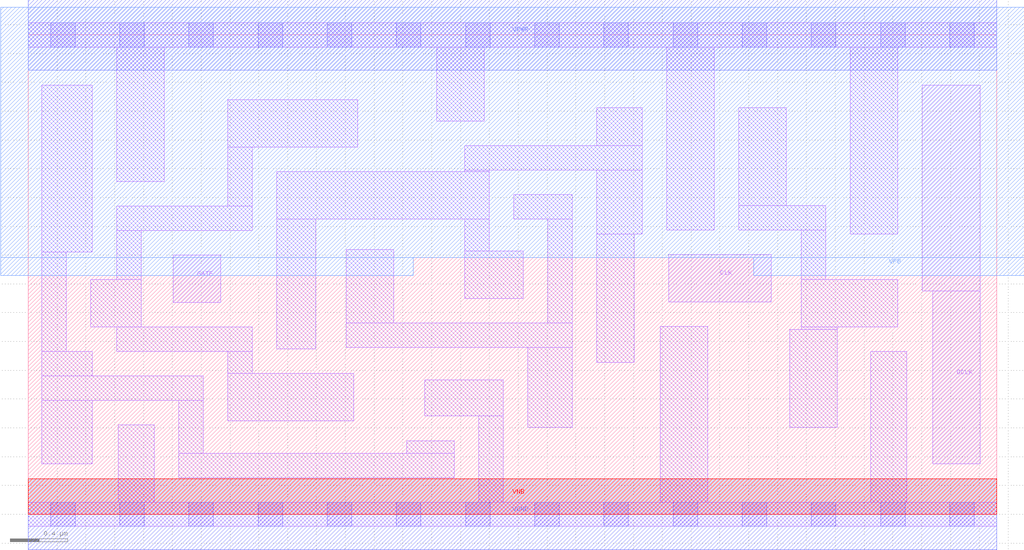
<source format=lef>
# Copyright 2020 The SkyWater PDK Authors
#
# Licensed under the Apache License, Version 2.0 (the "License");
# you may not use this file except in compliance with the License.
# You may obtain a copy of the License at
#
#     https://www.apache.org/licenses/LICENSE-2.0
#
# Unless required by applicable law or agreed to in writing, software
# distributed under the License is distributed on an "AS IS" BASIS,
# WITHOUT WARRANTIES OR CONDITIONS OF ANY KIND, either express or implied.
# See the License for the specific language governing permissions and
# limitations under the License.
#
# SPDX-License-Identifier: Apache-2.0

VERSION 5.7 ;
  NOWIREEXTENSIONATPIN ON ;
  DIVIDERCHAR "/" ;
  BUSBITCHARS "[]" ;
MACRO sky130_fd_sc_hs__dlclkp_1
  CLASS CORE ;
  FOREIGN sky130_fd_sc_hs__dlclkp_1 ;
  ORIGIN  0.000000  0.000000 ;
  SIZE  6.720000 BY  3.330000 ;
  SYMMETRY X Y ;
  SITE unit ;
  PIN GATE
    ANTENNAGATEAREA  0.246000 ;
    DIRECTION INPUT ;
    USE SIGNAL ;
    PORT
      LAYER li1 ;
        RECT 1.005000 1.470000 1.335000 1.800000 ;
    END
  END GATE
  PIN GCLK
    ANTENNADIFFAREA  0.541300 ;
    DIRECTION OUTPUT ;
    USE SIGNAL ;
    PORT
      LAYER li1 ;
        RECT 6.205000 1.550000 6.605000 2.980000 ;
        RECT 6.275000 0.350000 6.605000 1.550000 ;
    END
  END GCLK
  PIN CLK
    ANTENNAGATEAREA  0.459000 ;
    DIRECTION INPUT ;
    USE CLOCK ;
    PORT
      LAYER li1 ;
        RECT 4.445000 1.475000 5.155000 1.805000 ;
    END
  END CLK
  PIN VGND
    DIRECTION INOUT ;
    USE GROUND ;
    PORT
      LAYER met1 ;
        RECT 0.000000 -0.245000 6.720000 0.245000 ;
    END
  END VGND
  PIN VNB
    DIRECTION INOUT ;
    USE GROUND ;
    PORT
      LAYER pwell ;
        RECT 0.000000 0.000000 6.720000 0.245000 ;
    END
  END VNB
  PIN VPB
    DIRECTION INOUT ;
    USE POWER ;
    PORT
      LAYER nwell ;
        RECT -0.190000 1.660000 2.670000 1.785000 ;
        RECT -0.190000 1.785000 6.910000 3.520000 ;
        RECT  5.035000 1.660000 6.910000 1.785000 ;
    END
  END VPB
  PIN VPWR
    DIRECTION INOUT ;
    USE POWER ;
    PORT
      LAYER met1 ;
        RECT 0.000000 3.085000 6.720000 3.575000 ;
    END
  END VPWR
  OBS
    LAYER li1 ;
      RECT 0.000000 -0.085000 6.720000 0.085000 ;
      RECT 0.000000  3.245000 6.720000 3.415000 ;
      RECT 0.095000  0.350000 0.445000 0.790000 ;
      RECT 0.095000  0.790000 1.215000 0.960000 ;
      RECT 0.095000  0.960000 0.445000 1.130000 ;
      RECT 0.095000  1.130000 0.265000 1.820000 ;
      RECT 0.095000  1.820000 0.445000 2.980000 ;
      RECT 0.435000  1.300000 0.785000 1.630000 ;
      RECT 0.615000  1.130000 1.555000 1.300000 ;
      RECT 0.615000  1.630000 0.785000 1.970000 ;
      RECT 0.615000  1.970000 1.555000 2.140000 ;
      RECT 0.615000  2.310000 0.945000 3.245000 ;
      RECT 0.625000  0.085000 0.875000 0.620000 ;
      RECT 1.045000  0.255000 2.955000 0.425000 ;
      RECT 1.045000  0.425000 1.215000 0.790000 ;
      RECT 1.385000  0.650000 2.260000 0.980000 ;
      RECT 1.385000  0.980000 1.555000 1.130000 ;
      RECT 1.385000  2.140000 1.555000 2.550000 ;
      RECT 1.385000  2.550000 2.285000 2.880000 ;
      RECT 1.725000  1.150000 1.995000 2.050000 ;
      RECT 1.725000  2.050000 3.200000 2.380000 ;
      RECT 2.205000  1.160000 3.775000 1.330000 ;
      RECT 2.205000  1.330000 2.535000 1.840000 ;
      RECT 2.625000  0.425000 2.955000 0.510000 ;
      RECT 2.750000  0.685000 3.295000 0.935000 ;
      RECT 2.835000  2.730000 3.165000 3.245000 ;
      RECT 3.030000  1.500000 3.435000 1.830000 ;
      RECT 3.030000  1.830000 3.200000 2.050000 ;
      RECT 3.030000  2.380000 3.200000 2.390000 ;
      RECT 3.030000  2.390000 4.260000 2.560000 ;
      RECT 3.125000  0.085000 3.295000 0.685000 ;
      RECT 3.370000  2.050000 3.775000 2.220000 ;
      RECT 3.465000  0.605000 3.775000 1.160000 ;
      RECT 3.605000  1.330000 3.775000 2.050000 ;
      RECT 3.945000  1.055000 4.205000 1.945000 ;
      RECT 3.945000  1.945000 4.260000 2.390000 ;
      RECT 3.945000  2.560000 4.260000 2.825000 ;
      RECT 4.385000  0.085000 4.715000 1.305000 ;
      RECT 4.430000  1.975000 4.760000 3.245000 ;
      RECT 4.930000  1.975000 5.535000 2.145000 ;
      RECT 4.930000  2.145000 5.260000 2.825000 ;
      RECT 5.285000  0.605000 5.615000 1.285000 ;
      RECT 5.365000  1.285000 5.615000 1.300000 ;
      RECT 5.365000  1.300000 6.035000 1.630000 ;
      RECT 5.365000  1.630000 5.535000 1.975000 ;
      RECT 5.705000  1.945000 6.035000 3.245000 ;
      RECT 5.845000  0.085000 6.095000 1.130000 ;
    LAYER mcon ;
      RECT 0.155000 -0.085000 0.325000 0.085000 ;
      RECT 0.155000  3.245000 0.325000 3.415000 ;
      RECT 0.635000 -0.085000 0.805000 0.085000 ;
      RECT 0.635000  3.245000 0.805000 3.415000 ;
      RECT 1.115000 -0.085000 1.285000 0.085000 ;
      RECT 1.115000  3.245000 1.285000 3.415000 ;
      RECT 1.595000 -0.085000 1.765000 0.085000 ;
      RECT 1.595000  3.245000 1.765000 3.415000 ;
      RECT 2.075000 -0.085000 2.245000 0.085000 ;
      RECT 2.075000  3.245000 2.245000 3.415000 ;
      RECT 2.555000 -0.085000 2.725000 0.085000 ;
      RECT 2.555000  3.245000 2.725000 3.415000 ;
      RECT 3.035000 -0.085000 3.205000 0.085000 ;
      RECT 3.035000  3.245000 3.205000 3.415000 ;
      RECT 3.515000 -0.085000 3.685000 0.085000 ;
      RECT 3.515000  3.245000 3.685000 3.415000 ;
      RECT 3.995000 -0.085000 4.165000 0.085000 ;
      RECT 3.995000  3.245000 4.165000 3.415000 ;
      RECT 4.475000 -0.085000 4.645000 0.085000 ;
      RECT 4.475000  3.245000 4.645000 3.415000 ;
      RECT 4.955000 -0.085000 5.125000 0.085000 ;
      RECT 4.955000  3.245000 5.125000 3.415000 ;
      RECT 5.435000 -0.085000 5.605000 0.085000 ;
      RECT 5.435000  3.245000 5.605000 3.415000 ;
      RECT 5.915000 -0.085000 6.085000 0.085000 ;
      RECT 5.915000  3.245000 6.085000 3.415000 ;
      RECT 6.395000 -0.085000 6.565000 0.085000 ;
      RECT 6.395000  3.245000 6.565000 3.415000 ;
  END
END sky130_fd_sc_hs__dlclkp_1
END LIBRARY

</source>
